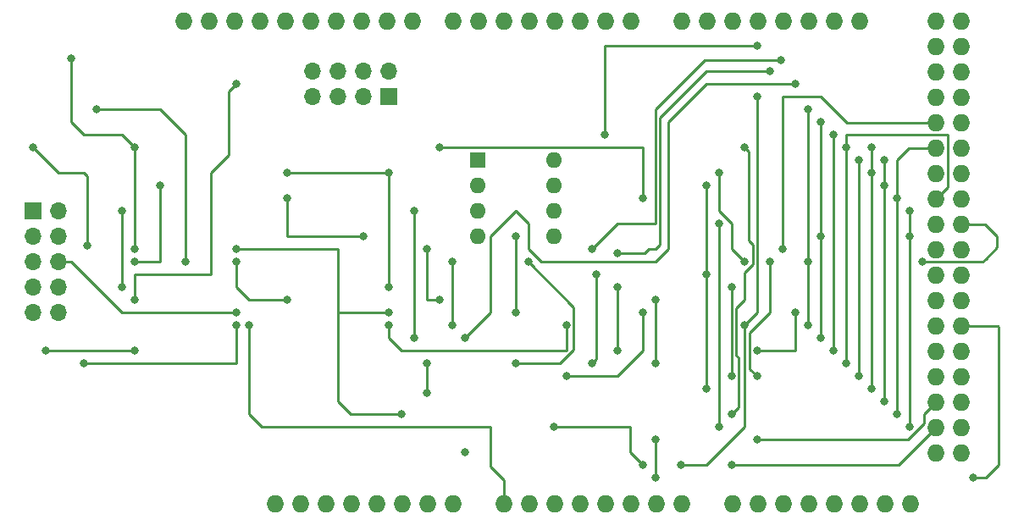
<source format=gbr>
G04 #@! TF.GenerationSoftware,KiCad,Pcbnew,(5.1.5-0-10_14)*
G04 #@! TF.CreationDate,2020-02-25T20:07:17-06:00*
G04 #@! TF.ProjectId,Electronic Target,456c6563-7472-46f6-9e69-632054617267,rev?*
G04 #@! TF.SameCoordinates,Original*
G04 #@! TF.FileFunction,Copper,L2,Bot*
G04 #@! TF.FilePolarity,Positive*
%FSLAX46Y46*%
G04 Gerber Fmt 4.6, Leading zero omitted, Abs format (unit mm)*
G04 Created by KiCad (PCBNEW (5.1.5-0-10_14)) date 2020-02-25 20:07:17*
%MOMM*%
%LPD*%
G04 APERTURE LIST*
%ADD10O,1.727200X1.727200*%
%ADD11R,1.700000X1.700000*%
%ADD12O,1.700000X1.700000*%
%ADD13R,1.600000X1.600000*%
%ADD14O,1.600000X1.600000*%
%ADD15C,0.800000*%
%ADD16C,0.250000*%
G04 APERTURE END LIST*
D10*
X160095001Y-94055001D03*
X155015001Y-94055001D03*
X152475001Y-94055001D03*
X149935001Y-94055001D03*
X147395001Y-94055001D03*
X144855001Y-94055001D03*
X142315001Y-94055001D03*
X139775001Y-94055001D03*
X195655001Y-45795001D03*
X193115001Y-45795001D03*
X190575001Y-45795001D03*
X188035001Y-45795001D03*
X185495001Y-45795001D03*
X182955001Y-45795001D03*
X180415001Y-45795001D03*
X177875001Y-45795001D03*
X172795001Y-45795001D03*
X170255001Y-45795001D03*
X167715001Y-45795001D03*
X165175001Y-45795001D03*
X162635001Y-45795001D03*
X160095001Y-45795001D03*
X157555001Y-45795001D03*
X155015001Y-45795001D03*
X135711001Y-45795001D03*
X150951001Y-45795001D03*
X148411001Y-45795001D03*
X145871001Y-45795001D03*
X128091001Y-45795001D03*
X130631001Y-45795001D03*
X133171001Y-45795001D03*
X138251001Y-45795001D03*
X140791001Y-45795001D03*
X143331001Y-45795001D03*
X137235001Y-94055001D03*
X162635001Y-94055001D03*
X165175001Y-94055001D03*
X167715001Y-94055001D03*
X170255001Y-94055001D03*
X172795001Y-94055001D03*
X175335001Y-94055001D03*
X177875001Y-94055001D03*
X182955001Y-94055001D03*
X185495001Y-94055001D03*
X188035001Y-94055001D03*
X190575001Y-94055001D03*
X193115001Y-94055001D03*
X195655001Y-94055001D03*
X198195001Y-94055001D03*
X200735001Y-94055001D03*
X203275001Y-45795001D03*
X205815001Y-45795001D03*
X203275001Y-48335001D03*
X205815001Y-48335001D03*
X203275001Y-50875001D03*
X205815001Y-50875001D03*
X203275001Y-53415001D03*
X205815001Y-53415001D03*
X203275001Y-55955001D03*
X205815001Y-55955001D03*
X203275001Y-58495001D03*
X205815001Y-58495001D03*
X203275001Y-61035001D03*
X205815001Y-61035001D03*
X203275001Y-63575001D03*
X205815001Y-63575001D03*
X203275001Y-66115001D03*
X205815001Y-66115001D03*
X203275001Y-68655001D03*
X205815001Y-68655001D03*
X203275001Y-71195001D03*
X205815001Y-71195001D03*
X203275001Y-73735001D03*
X205815001Y-73735001D03*
X203275001Y-76275001D03*
X205815001Y-76275001D03*
X203275001Y-78815001D03*
X205815001Y-78815001D03*
X203275001Y-81355001D03*
X205815001Y-81355001D03*
X203275001Y-83895001D03*
X205815001Y-83895001D03*
X203275001Y-86435001D03*
X205815001Y-86435001D03*
X203275001Y-88975001D03*
X205815001Y-88975001D03*
D11*
X113030000Y-64770000D03*
D12*
X115570000Y-64770000D03*
X113030000Y-67310000D03*
X115570000Y-67310000D03*
X113030000Y-69850000D03*
X115570000Y-69850000D03*
X113030000Y-72390000D03*
X115570000Y-72390000D03*
X113030000Y-74930000D03*
X115570000Y-74930000D03*
D11*
X148590000Y-53340000D03*
D12*
X148590000Y-50800000D03*
X146050000Y-53340000D03*
X146050000Y-50800000D03*
X143510000Y-53340000D03*
X143510000Y-50800000D03*
X140970000Y-53340000D03*
X140970000Y-50800000D03*
D13*
X157480000Y-59690000D03*
D14*
X165100000Y-67310000D03*
X157480000Y-62230000D03*
X165100000Y-64770000D03*
X157480000Y-64770000D03*
X165100000Y-62230000D03*
X157480000Y-67310000D03*
X165100000Y-59690000D03*
D15*
X123190000Y-69850000D03*
X125730000Y-62230000D03*
X114300000Y-78740000D03*
X123190000Y-78740000D03*
X121920000Y-72390000D03*
X121920000Y-64770000D03*
X133350000Y-74930000D03*
X133350000Y-76200000D03*
X118110000Y-80010000D03*
X182880000Y-90170000D03*
X182880000Y-90170000D03*
X152400000Y-80010000D03*
X152400000Y-83000010D03*
X148590000Y-60960000D03*
X148590000Y-72390000D03*
X138430000Y-60960000D03*
X151130000Y-64770000D03*
X151130000Y-77470000D03*
X189230000Y-52070000D03*
X156210000Y-77470000D03*
X156210000Y-77470000D03*
X156210000Y-77470000D03*
X138430000Y-63500000D03*
X146050000Y-67310000D03*
X168910000Y-68580000D03*
X187803600Y-49686400D03*
X152400000Y-68580000D03*
X153670000Y-73660000D03*
X173990000Y-74930000D03*
X166370000Y-81280000D03*
X161290000Y-67310000D03*
X161290000Y-74930000D03*
X186690000Y-50800000D03*
X186690000Y-50800000D03*
X171450000Y-69030010D03*
X171450000Y-69030010D03*
X168910000Y-80010000D03*
X169360010Y-71120000D03*
X154940000Y-69850000D03*
X154940000Y-76200000D03*
X166370000Y-76200000D03*
X148590000Y-76200000D03*
X187960000Y-68580000D03*
X161290000Y-80010000D03*
X162560000Y-69850000D03*
X200660000Y-64770000D03*
X200660000Y-86360000D03*
X200660000Y-67310000D03*
X199390000Y-63500000D03*
X199390000Y-85090000D03*
X199390000Y-63500000D03*
X198120000Y-62230000D03*
X198120000Y-83820000D03*
X198120000Y-59690000D03*
X185420000Y-87630000D03*
X182880000Y-85090000D03*
X184150000Y-58420000D03*
X184150000Y-58420000D03*
X196850000Y-60960000D03*
X196850000Y-82550000D03*
X196850000Y-58420000D03*
X171450000Y-72390000D03*
X171459990Y-78730010D03*
X195580000Y-59690000D03*
X195580000Y-81280000D03*
X181610000Y-60960000D03*
X185420000Y-81280000D03*
X186690000Y-69850000D03*
X184150000Y-69850000D03*
X184150000Y-69850000D03*
X194310000Y-58420000D03*
X194310000Y-80010000D03*
X180340000Y-62230000D03*
X180340000Y-82550000D03*
X180340000Y-71120000D03*
X193040000Y-57150000D03*
X193040000Y-78740000D03*
X191770000Y-55880000D03*
X191770000Y-77470000D03*
X191770000Y-67310000D03*
X181610000Y-66040000D03*
X181610000Y-86360000D03*
X133350000Y-52070000D03*
X123190000Y-73660000D03*
X153670000Y-58420000D03*
X173990000Y-63500000D03*
X175260000Y-87630000D03*
X175260000Y-91440000D03*
X190500000Y-54610000D03*
X190500000Y-76200000D03*
X190500000Y-69850000D03*
X201930000Y-69850000D03*
X113030000Y-58420000D03*
X118442500Y-68247500D03*
X185420000Y-53340000D03*
X170180000Y-57150000D03*
X185420000Y-48260000D03*
X156210000Y-88900000D03*
X165100000Y-86360000D03*
X173990000Y-90170000D03*
X177800000Y-90170000D03*
X184150000Y-76200000D03*
X182880000Y-72390000D03*
X182880000Y-81280000D03*
X175260000Y-73660000D03*
X175260000Y-80010000D03*
X189230000Y-74930000D03*
X185420000Y-78740000D03*
X134620000Y-76200000D03*
X123190000Y-68580000D03*
X116840000Y-49530000D03*
X123190000Y-58420000D03*
X123190000Y-58420000D03*
X119380000Y-54610000D03*
X128270000Y-69850000D03*
X133350000Y-69850000D03*
X138430000Y-73660000D03*
X133350000Y-68580000D03*
X149860000Y-85090000D03*
X148590000Y-74930000D03*
X207010000Y-91440000D03*
D16*
X125730000Y-69850000D02*
X123190000Y-69850000D01*
X125730000Y-62230000D02*
X125730000Y-69850000D01*
X114300000Y-78740000D02*
X123190000Y-78740000D01*
X121920000Y-64770000D02*
X121920000Y-72390000D01*
X116840000Y-69850000D02*
X115570000Y-69850000D01*
X121920000Y-74930000D02*
X116840000Y-69850000D01*
X133350000Y-74930000D02*
X121920000Y-74930000D01*
X133350000Y-76200000D02*
X133350000Y-80010000D01*
X133350000Y-80010000D02*
X118110000Y-80010000D01*
X118110000Y-80010000D02*
X118110000Y-80010000D01*
X203275001Y-86435001D02*
X199540002Y-90170000D01*
X199540002Y-90170000D02*
X182880000Y-90170000D01*
X182880000Y-90170000D02*
X182880000Y-90170000D01*
X182880000Y-90170000D02*
X182880000Y-90170000D01*
X152400000Y-80010000D02*
X152400000Y-83000010D01*
X138430000Y-60960000D02*
X148590000Y-60960000D01*
X148590000Y-72390000D02*
X148590000Y-60960000D01*
X151130000Y-64770000D02*
X151130000Y-77470000D01*
X189230000Y-52070000D02*
X181610000Y-52070000D01*
X181610000Y-52070000D02*
X180340000Y-52070000D01*
X180340000Y-52070000D02*
X176530000Y-55880000D01*
X176530000Y-55880000D02*
X176530000Y-68580000D01*
X176530000Y-68580000D02*
X175260000Y-69850000D01*
X175260000Y-69850000D02*
X163830000Y-69850000D01*
X163830000Y-69850000D02*
X162560000Y-68580000D01*
X162560000Y-68580000D02*
X162560000Y-67506998D01*
X162560000Y-67506998D02*
X162560000Y-66040000D01*
X162560000Y-66040000D02*
X161290000Y-64770000D01*
X161290000Y-64770000D02*
X160020000Y-66040000D01*
X160020000Y-66040000D02*
X158750000Y-67310000D01*
X158750000Y-67310000D02*
X158750000Y-74930000D01*
X158750000Y-74930000D02*
X156210000Y-77470000D01*
X156210000Y-77470000D02*
X156210000Y-77470000D01*
X156210000Y-77470000D02*
X156210000Y-77470000D01*
X156210000Y-77470000D02*
X156210000Y-77470000D01*
X138430000Y-63500000D02*
X138430000Y-67310000D01*
X152400000Y-73660000D02*
X152400000Y-68580000D01*
X138430000Y-67310000D02*
X138430000Y-67310000D01*
X138430000Y-67310000D02*
X146050000Y-67310000D01*
X153670000Y-73660000D02*
X153670000Y-73660000D01*
X153670000Y-73660000D02*
X152400000Y-73660000D01*
X171450000Y-66040000D02*
X168910000Y-68580000D01*
X175260000Y-66040000D02*
X171450000Y-66040000D01*
X175260000Y-54610000D02*
X175260000Y-66040000D01*
X180183600Y-49686400D02*
X175260000Y-54610000D01*
X187803600Y-49686400D02*
X180183600Y-49686400D01*
X167640000Y-81280000D02*
X166370000Y-81280000D01*
X173990000Y-74930000D02*
X173990000Y-78740000D01*
X173990000Y-78740000D02*
X171450000Y-81280000D01*
X171450000Y-81280000D02*
X166370000Y-81280000D01*
X161290000Y-67310000D02*
X161290000Y-74930000D01*
X186690000Y-50800000D02*
X181610000Y-50800000D01*
X181610000Y-50800000D02*
X180340000Y-50800000D01*
X180340000Y-50800000D02*
X175710010Y-55429990D01*
X175710010Y-55429990D02*
X175710010Y-68129990D01*
X175710010Y-68129990D02*
X175260000Y-68580000D01*
X174626410Y-68580000D02*
X174176400Y-69030010D01*
X175260000Y-68580000D02*
X174626410Y-68580000D01*
X174176400Y-69030010D02*
X171450000Y-69030010D01*
X171450000Y-69030010D02*
X171450000Y-69030010D01*
X171450000Y-69030010D02*
X171450000Y-69030010D01*
X169360010Y-79559990D02*
X168910000Y-80010000D01*
X169360010Y-71120000D02*
X169360010Y-79559990D01*
X154940000Y-69850000D02*
X154940000Y-76200000D01*
X148590000Y-76200000D02*
X148590000Y-77470000D01*
X148590000Y-77470000D02*
X149860000Y-78740000D01*
X149860000Y-78740000D02*
X166370000Y-78740000D01*
X166370000Y-78740000D02*
X166370000Y-76200000D01*
X203275001Y-55955001D02*
X194385001Y-55955001D01*
X194385001Y-55955001D02*
X194310000Y-55880000D01*
X194310000Y-55880000D02*
X191770000Y-53340000D01*
X191770000Y-53340000D02*
X190696998Y-53340000D01*
X190696998Y-53340000D02*
X187960000Y-53340000D01*
X187960000Y-53340000D02*
X187960000Y-68580000D01*
X187960000Y-68580000D02*
X187960000Y-68580000D01*
X161855685Y-80010000D02*
X161290000Y-80010000D01*
X165736410Y-80010000D02*
X161855685Y-80010000D01*
X167095001Y-78651409D02*
X165736410Y-80010000D01*
X167095001Y-74385001D02*
X167095001Y-78651409D01*
X162560000Y-69850000D02*
X167095001Y-74385001D01*
X200660000Y-64770000D02*
X200660000Y-67310000D01*
X200660000Y-86360000D02*
X200660000Y-86360000D01*
X200660000Y-67310000D02*
X200660000Y-86360000D01*
X199390000Y-63500000D02*
X199390000Y-63500000D01*
X199390000Y-85090000D02*
X199390000Y-85090000D01*
X199390000Y-63500000D02*
X199390000Y-85090000D01*
X199390000Y-63500000D02*
X199390000Y-59690000D01*
X200584999Y-58495001D02*
X203275001Y-58495001D01*
X199390000Y-59690000D02*
X200584999Y-58495001D01*
X198120000Y-62230000D02*
X198120000Y-83820000D01*
X198120000Y-83820000D02*
X198120000Y-83820000D01*
X198120000Y-62230000D02*
X198120000Y-59690000D01*
X198120000Y-59690000D02*
X198120000Y-59690000D01*
X203275001Y-83895001D02*
X202080002Y-85090000D01*
X202080002Y-86013000D02*
X200463002Y-87630000D01*
X202080002Y-85090000D02*
X202080002Y-86013000D01*
X200463002Y-87630000D02*
X185420000Y-87630000D01*
X185420000Y-87630000D02*
X185420000Y-87630000D01*
X183605001Y-79465001D02*
X183330010Y-79190010D01*
X183605001Y-84364999D02*
X183605001Y-79465001D01*
X182880000Y-85090000D02*
X183605001Y-84364999D01*
X183330010Y-79190010D02*
X183330010Y-74479990D01*
X183330010Y-74479990D02*
X184150000Y-73660000D01*
X184969990Y-70103012D02*
X184969990Y-68129990D01*
X184150000Y-70923002D02*
X184969990Y-70103012D01*
X184969990Y-68129990D02*
X184600010Y-67760010D01*
X184150000Y-73660000D02*
X184150000Y-70923002D01*
X184600010Y-67760010D02*
X184600010Y-67310000D01*
X184600010Y-67310000D02*
X184600010Y-58870010D01*
X184600010Y-58870010D02*
X184150000Y-58420000D01*
X184150000Y-58420000D02*
X184150000Y-58420000D01*
X184150000Y-58420000D02*
X184150000Y-58420000D01*
X196850000Y-60960000D02*
X196850000Y-82550000D01*
X196850000Y-82550000D02*
X196850000Y-82550000D01*
X196850000Y-60960000D02*
X196850000Y-58420000D01*
X196850000Y-58420000D02*
X196850000Y-58420000D01*
X171450000Y-78720020D02*
X171459990Y-78730010D01*
X171450000Y-72390000D02*
X171450000Y-78720020D01*
X195580000Y-59690000D02*
X195580000Y-81280000D01*
X195580000Y-81280000D02*
X195580000Y-81280000D01*
X184694999Y-80554999D02*
X184694999Y-76925001D01*
X185420000Y-81280000D02*
X184694999Y-80554999D01*
X184694999Y-76925001D02*
X185420000Y-76200000D01*
X185420000Y-76200000D02*
X186690000Y-74930000D01*
X186690000Y-74930000D02*
X186690000Y-69850000D01*
X186690000Y-69850000D02*
X186690000Y-69850000D01*
X184150000Y-69850000D02*
X184150000Y-69850000D01*
X184150000Y-69850000D02*
X184150000Y-69850000D01*
X181610000Y-60960000D02*
X181610000Y-64770000D01*
X181610000Y-64770000D02*
X182880000Y-66040000D01*
X182880000Y-66040000D02*
X182880000Y-68580000D01*
X182880000Y-68580000D02*
X184150000Y-69850000D01*
X194310000Y-58420000D02*
X194310000Y-80010000D01*
X194310000Y-80010000D02*
X194310000Y-80010000D01*
X203275001Y-63575001D02*
X204470000Y-62380002D01*
X204470000Y-62380002D02*
X204470000Y-57150000D01*
X204470000Y-57150000D02*
X194310000Y-57150000D01*
X194310000Y-57150000D02*
X194310000Y-58420000D01*
X180340000Y-62230000D02*
X180340000Y-71120000D01*
X180340000Y-71120000D02*
X180340000Y-82550000D01*
X193040000Y-57150000D02*
X193040000Y-78740000D01*
X193040000Y-78740000D02*
X193040000Y-78740000D01*
X191770000Y-55880000D02*
X191770000Y-67310000D01*
X191770000Y-77470000D02*
X191770000Y-77470000D01*
X191770000Y-67310000D02*
X191770000Y-77470000D01*
X181610000Y-66040000D02*
X181610000Y-86360000D01*
X132624999Y-52795001D02*
X132624999Y-59145001D01*
X133350000Y-52070000D02*
X132624999Y-52795001D01*
X132624999Y-59145001D02*
X130810000Y-60960000D01*
X130810000Y-60960000D02*
X130810000Y-71120000D01*
X130810000Y-71120000D02*
X128270000Y-71120000D01*
X128270000Y-71120000D02*
X123190000Y-71120000D01*
X123190000Y-71120000D02*
X123190000Y-73660000D01*
X123190000Y-73660000D02*
X123190000Y-73660000D01*
X153670000Y-58420000D02*
X173990000Y-58420000D01*
X173990000Y-58420000D02*
X173990000Y-63500000D01*
X175260000Y-87630000D02*
X175260000Y-91440000D01*
X190500000Y-54610000D02*
X190500000Y-69850000D01*
X190500000Y-76200000D02*
X190500000Y-76200000D01*
X190500000Y-69850000D02*
X190500000Y-76200000D01*
X205815001Y-66115001D02*
X208204999Y-66115001D01*
X208204999Y-66115001D02*
X209399998Y-67310000D01*
X209399998Y-67310000D02*
X209399998Y-68429998D01*
X209399998Y-68429998D02*
X208280000Y-69549996D01*
X208280000Y-69549996D02*
X207979996Y-69850000D01*
X207979996Y-69850000D02*
X201930000Y-69850000D01*
X201930000Y-69850000D02*
X201930000Y-69850000D01*
X113030000Y-58420000D02*
X115570000Y-60960000D01*
X115570000Y-60960000D02*
X118110000Y-60960000D01*
X118442500Y-61292500D02*
X118442500Y-68247500D01*
X118110000Y-60960000D02*
X118442500Y-61292500D01*
X185420000Y-74930000D02*
X185420000Y-53340000D01*
X185420000Y-48260000D02*
X170180000Y-48260000D01*
X170180000Y-48260000D02*
X170180000Y-57150000D01*
X184150000Y-76200000D02*
X184150000Y-86360000D01*
X184150000Y-86360000D02*
X181610000Y-88900000D01*
X181610000Y-88900000D02*
X181610000Y-88900000D01*
X165100000Y-86360000D02*
X172720000Y-86360000D01*
X172720000Y-86360000D02*
X172720000Y-88900000D01*
X172720000Y-88900000D02*
X173990000Y-90170000D01*
X173990000Y-90170000D02*
X173990000Y-90170000D01*
X181610000Y-88900000D02*
X180340000Y-90170000D01*
X180340000Y-90170000D02*
X177800000Y-90170000D01*
X177800000Y-90170000D02*
X177800000Y-90170000D01*
X181610000Y-88900000D02*
X181610000Y-88900000D01*
X184150000Y-76200000D02*
X185420000Y-74930000D01*
X182880000Y-72390000D02*
X182880000Y-81280000D01*
X175260000Y-73660000D02*
X175260000Y-80010000D01*
X189230000Y-74930000D02*
X189230000Y-78740000D01*
X189230000Y-78740000D02*
X185420000Y-78740000D01*
X185420000Y-78740000D02*
X185420000Y-78740000D01*
X134620000Y-76200000D02*
X134620000Y-76200000D01*
X160095001Y-91711999D02*
X160095001Y-94055001D01*
X158750000Y-90366998D02*
X160095001Y-91711999D01*
X135890000Y-86360000D02*
X158750000Y-86360000D01*
X158750000Y-86360000D02*
X158750000Y-90366998D01*
X134620000Y-85090000D02*
X135890000Y-86360000D01*
X134620000Y-76200000D02*
X134620000Y-85090000D01*
X116840000Y-49530000D02*
X116840000Y-55880000D01*
X116840000Y-55880000D02*
X118110000Y-57150000D01*
X118110000Y-57150000D02*
X121920000Y-57150000D01*
X123190000Y-58420000D02*
X123190000Y-58420000D01*
X121920000Y-57150000D02*
X123190000Y-58420000D01*
X123190000Y-58420000D02*
X123190000Y-58420000D01*
X123190000Y-58420000D02*
X123190000Y-68580000D01*
X119380000Y-54610000D02*
X125730000Y-54610000D01*
X128270000Y-57150000D02*
X128270000Y-69850000D01*
X125730000Y-54610000D02*
X128270000Y-57150000D01*
X133350000Y-69850000D02*
X133350000Y-72390000D01*
X134620000Y-73660000D02*
X138430000Y-73660000D01*
X133350000Y-72390000D02*
X134620000Y-73660000D01*
X144780000Y-85090000D02*
X149860000Y-85090000D01*
X143510000Y-83820000D02*
X144780000Y-85090000D01*
X133350000Y-68580000D02*
X143510000Y-68580000D01*
X148590000Y-74930000D02*
X143510000Y-74930000D01*
X143510000Y-74930000D02*
X143510000Y-83820000D01*
X143510000Y-68580000D02*
X143510000Y-74930000D01*
X205815001Y-76275001D02*
X209474999Y-76275001D01*
X209474999Y-76275001D02*
X209550000Y-76350002D01*
X209550000Y-76350002D02*
X209550000Y-90170000D01*
X209550000Y-90170000D02*
X208280000Y-91440000D01*
X208280000Y-91440000D02*
X207010000Y-91440000D01*
X207010000Y-91440000D02*
X207010000Y-91440000D01*
M02*

</source>
